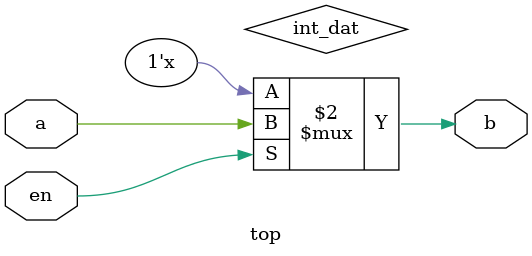
<source format=v>
module top (en, a, b);
    input en;
	input a;
	output reg b;

    (* keep = "true" *) wire  int_dat;
`ifndef BUG

    always @(en or a)
		b <= (en)? a : 1'bZ;
`else

    always @(en or a)
		b <= (en)? ~a : 1'bZ;
`endif
endmodule

</source>
